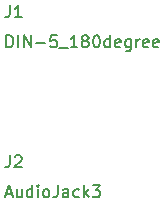
<source format=gbr>
G04 #@! TF.GenerationSoftware,KiCad,Pcbnew,(6.0.7-1)-1*
G04 #@! TF.CreationDate,2022-08-21T00:27:36+09:30*
G04 #@! TF.ProjectId,volca-trs,766f6c63-612d-4747-9273-2e6b69636164,rev?*
G04 #@! TF.SameCoordinates,Original*
G04 #@! TF.FileFunction,AssemblyDrawing,Top*
%FSLAX46Y46*%
G04 Gerber Fmt 4.6, Leading zero omitted, Abs format (unit mm)*
G04 Created by KiCad (PCBNEW (6.0.7-1)-1) date 2022-08-21 00:27:36*
%MOMM*%
%LPD*%
G01*
G04 APERTURE LIST*
%ADD10C,0.150000*%
G04 APERTURE END LIST*
D10*
X49225595Y-34102380D02*
X49225595Y-33102380D01*
X49463690Y-33102380D01*
X49606547Y-33150000D01*
X49701785Y-33245238D01*
X49749404Y-33340476D01*
X49797023Y-33530952D01*
X49797023Y-33673809D01*
X49749404Y-33864285D01*
X49701785Y-33959523D01*
X49606547Y-34054761D01*
X49463690Y-34102380D01*
X49225595Y-34102380D01*
X50225595Y-34102380D02*
X50225595Y-33102380D01*
X50701785Y-34102380D02*
X50701785Y-33102380D01*
X51273214Y-34102380D01*
X51273214Y-33102380D01*
X51749404Y-33721428D02*
X52511309Y-33721428D01*
X53463690Y-33102380D02*
X52987500Y-33102380D01*
X52939880Y-33578571D01*
X52987500Y-33530952D01*
X53082738Y-33483333D01*
X53320833Y-33483333D01*
X53416071Y-33530952D01*
X53463690Y-33578571D01*
X53511309Y-33673809D01*
X53511309Y-33911904D01*
X53463690Y-34007142D01*
X53416071Y-34054761D01*
X53320833Y-34102380D01*
X53082738Y-34102380D01*
X52987500Y-34054761D01*
X52939880Y-34007142D01*
X53701785Y-34197619D02*
X54463690Y-34197619D01*
X55225595Y-34102380D02*
X54654166Y-34102380D01*
X54939880Y-34102380D02*
X54939880Y-33102380D01*
X54844642Y-33245238D01*
X54749404Y-33340476D01*
X54654166Y-33388095D01*
X55797023Y-33530952D02*
X55701785Y-33483333D01*
X55654166Y-33435714D01*
X55606547Y-33340476D01*
X55606547Y-33292857D01*
X55654166Y-33197619D01*
X55701785Y-33150000D01*
X55797023Y-33102380D01*
X55987500Y-33102380D01*
X56082738Y-33150000D01*
X56130357Y-33197619D01*
X56177976Y-33292857D01*
X56177976Y-33340476D01*
X56130357Y-33435714D01*
X56082738Y-33483333D01*
X55987500Y-33530952D01*
X55797023Y-33530952D01*
X55701785Y-33578571D01*
X55654166Y-33626190D01*
X55606547Y-33721428D01*
X55606547Y-33911904D01*
X55654166Y-34007142D01*
X55701785Y-34054761D01*
X55797023Y-34102380D01*
X55987500Y-34102380D01*
X56082738Y-34054761D01*
X56130357Y-34007142D01*
X56177976Y-33911904D01*
X56177976Y-33721428D01*
X56130357Y-33626190D01*
X56082738Y-33578571D01*
X55987500Y-33530952D01*
X56797023Y-33102380D02*
X56892261Y-33102380D01*
X56987500Y-33150000D01*
X57035119Y-33197619D01*
X57082738Y-33292857D01*
X57130357Y-33483333D01*
X57130357Y-33721428D01*
X57082738Y-33911904D01*
X57035119Y-34007142D01*
X56987500Y-34054761D01*
X56892261Y-34102380D01*
X56797023Y-34102380D01*
X56701785Y-34054761D01*
X56654166Y-34007142D01*
X56606547Y-33911904D01*
X56558928Y-33721428D01*
X56558928Y-33483333D01*
X56606547Y-33292857D01*
X56654166Y-33197619D01*
X56701785Y-33150000D01*
X56797023Y-33102380D01*
X57987500Y-34102380D02*
X57987500Y-33102380D01*
X57987500Y-34054761D02*
X57892261Y-34102380D01*
X57701785Y-34102380D01*
X57606547Y-34054761D01*
X57558928Y-34007142D01*
X57511309Y-33911904D01*
X57511309Y-33626190D01*
X57558928Y-33530952D01*
X57606547Y-33483333D01*
X57701785Y-33435714D01*
X57892261Y-33435714D01*
X57987500Y-33483333D01*
X58844642Y-34054761D02*
X58749404Y-34102380D01*
X58558928Y-34102380D01*
X58463690Y-34054761D01*
X58416071Y-33959523D01*
X58416071Y-33578571D01*
X58463690Y-33483333D01*
X58558928Y-33435714D01*
X58749404Y-33435714D01*
X58844642Y-33483333D01*
X58892261Y-33578571D01*
X58892261Y-33673809D01*
X58416071Y-33769047D01*
X59749404Y-33435714D02*
X59749404Y-34245238D01*
X59701785Y-34340476D01*
X59654166Y-34388095D01*
X59558928Y-34435714D01*
X59416071Y-34435714D01*
X59320833Y-34388095D01*
X59749404Y-34054761D02*
X59654166Y-34102380D01*
X59463690Y-34102380D01*
X59368452Y-34054761D01*
X59320833Y-34007142D01*
X59273214Y-33911904D01*
X59273214Y-33626190D01*
X59320833Y-33530952D01*
X59368452Y-33483333D01*
X59463690Y-33435714D01*
X59654166Y-33435714D01*
X59749404Y-33483333D01*
X60225595Y-34102380D02*
X60225595Y-33435714D01*
X60225595Y-33626190D02*
X60273214Y-33530952D01*
X60320833Y-33483333D01*
X60416071Y-33435714D01*
X60511309Y-33435714D01*
X61225595Y-34054761D02*
X61130357Y-34102380D01*
X60939880Y-34102380D01*
X60844642Y-34054761D01*
X60797023Y-33959523D01*
X60797023Y-33578571D01*
X60844642Y-33483333D01*
X60939880Y-33435714D01*
X61130357Y-33435714D01*
X61225595Y-33483333D01*
X61273214Y-33578571D01*
X61273214Y-33673809D01*
X60797023Y-33769047D01*
X62082738Y-34054761D02*
X61987500Y-34102380D01*
X61797023Y-34102380D01*
X61701785Y-34054761D01*
X61654166Y-33959523D01*
X61654166Y-33578571D01*
X61701785Y-33483333D01*
X61797023Y-33435714D01*
X61987500Y-33435714D01*
X62082738Y-33483333D01*
X62130357Y-33578571D01*
X62130357Y-33673809D01*
X61654166Y-33769047D01*
X49511309Y-30562380D02*
X49511309Y-31276666D01*
X49463690Y-31419523D01*
X49368452Y-31514761D01*
X49225595Y-31562380D01*
X49130357Y-31562380D01*
X50511309Y-31562380D02*
X49939880Y-31562380D01*
X50225595Y-31562380D02*
X50225595Y-30562380D01*
X50130357Y-30705238D01*
X50035119Y-30800476D01*
X49939880Y-30848095D01*
X49177976Y-46516666D02*
X49654166Y-46516666D01*
X49082738Y-46802380D02*
X49416071Y-45802380D01*
X49749404Y-46802380D01*
X50511309Y-46135714D02*
X50511309Y-46802380D01*
X50082738Y-46135714D02*
X50082738Y-46659523D01*
X50130357Y-46754761D01*
X50225595Y-46802380D01*
X50368452Y-46802380D01*
X50463690Y-46754761D01*
X50511309Y-46707142D01*
X51416071Y-46802380D02*
X51416071Y-45802380D01*
X51416071Y-46754761D02*
X51320833Y-46802380D01*
X51130357Y-46802380D01*
X51035119Y-46754761D01*
X50987500Y-46707142D01*
X50939880Y-46611904D01*
X50939880Y-46326190D01*
X50987500Y-46230952D01*
X51035119Y-46183333D01*
X51130357Y-46135714D01*
X51320833Y-46135714D01*
X51416071Y-46183333D01*
X51892261Y-46802380D02*
X51892261Y-46135714D01*
X51892261Y-45802380D02*
X51844642Y-45850000D01*
X51892261Y-45897619D01*
X51939880Y-45850000D01*
X51892261Y-45802380D01*
X51892261Y-45897619D01*
X52511309Y-46802380D02*
X52416071Y-46754761D01*
X52368452Y-46707142D01*
X52320833Y-46611904D01*
X52320833Y-46326190D01*
X52368452Y-46230952D01*
X52416071Y-46183333D01*
X52511309Y-46135714D01*
X52654166Y-46135714D01*
X52749404Y-46183333D01*
X52797023Y-46230952D01*
X52844642Y-46326190D01*
X52844642Y-46611904D01*
X52797023Y-46707142D01*
X52749404Y-46754761D01*
X52654166Y-46802380D01*
X52511309Y-46802380D01*
X53558928Y-45802380D02*
X53558928Y-46516666D01*
X53511309Y-46659523D01*
X53416071Y-46754761D01*
X53273214Y-46802380D01*
X53177976Y-46802380D01*
X54463690Y-46802380D02*
X54463690Y-46278571D01*
X54416071Y-46183333D01*
X54320833Y-46135714D01*
X54130357Y-46135714D01*
X54035119Y-46183333D01*
X54463690Y-46754761D02*
X54368452Y-46802380D01*
X54130357Y-46802380D01*
X54035119Y-46754761D01*
X53987500Y-46659523D01*
X53987500Y-46564285D01*
X54035119Y-46469047D01*
X54130357Y-46421428D01*
X54368452Y-46421428D01*
X54463690Y-46373809D01*
X55368452Y-46754761D02*
X55273214Y-46802380D01*
X55082738Y-46802380D01*
X54987500Y-46754761D01*
X54939880Y-46707142D01*
X54892261Y-46611904D01*
X54892261Y-46326190D01*
X54939880Y-46230952D01*
X54987500Y-46183333D01*
X55082738Y-46135714D01*
X55273214Y-46135714D01*
X55368452Y-46183333D01*
X55797023Y-46802380D02*
X55797023Y-45802380D01*
X55892261Y-46421428D02*
X56177976Y-46802380D01*
X56177976Y-46135714D02*
X55797023Y-46516666D01*
X56511309Y-45802380D02*
X57130357Y-45802380D01*
X56797023Y-46183333D01*
X56939880Y-46183333D01*
X57035119Y-46230952D01*
X57082738Y-46278571D01*
X57130357Y-46373809D01*
X57130357Y-46611904D01*
X57082738Y-46707142D01*
X57035119Y-46754761D01*
X56939880Y-46802380D01*
X56654166Y-46802380D01*
X56558928Y-46754761D01*
X56511309Y-46707142D01*
X49511309Y-43262380D02*
X49511309Y-43976666D01*
X49463690Y-44119523D01*
X49368452Y-44214761D01*
X49225595Y-44262380D01*
X49130357Y-44262380D01*
X49939880Y-43357619D02*
X49987500Y-43310000D01*
X50082738Y-43262380D01*
X50320833Y-43262380D01*
X50416071Y-43310000D01*
X50463690Y-43357619D01*
X50511309Y-43452857D01*
X50511309Y-43548095D01*
X50463690Y-43690952D01*
X49892261Y-44262380D01*
X50511309Y-44262380D01*
M02*

</source>
